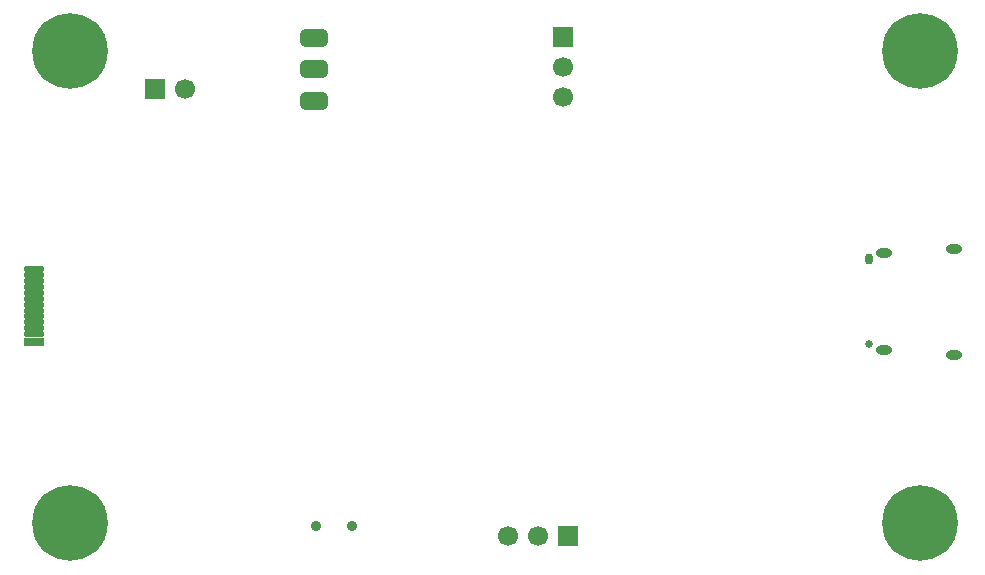
<source format=gbr>
%TF.GenerationSoftware,KiCad,Pcbnew,9.0.1+1*%
%TF.CreationDate,2025-09-07T18:59:13+00:00*%
%TF.ProjectId,ZSWatch-Dock,5a535761-7463-4682-9d44-6f636b2e6b69,2.2.0*%
%TF.SameCoordinates,Original*%
%TF.FileFunction,Soldermask,Bot*%
%TF.FilePolarity,Negative*%
%FSLAX46Y46*%
G04 Gerber Fmt 4.6, Leading zero omitted, Abs format (unit mm)*
G04 Created by KiCad (PCBNEW 9.0.1+1) date 2025-09-07 18:59:13*
%MOMM*%
%LPD*%
G01*
G04 APERTURE LIST*
G04 Aperture macros list*
%AMRoundRect*
0 Rectangle with rounded corners*
0 $1 Rounding radius*
0 $2 $3 $4 $5 $6 $7 $8 $9 X,Y pos of 4 corners*
0 Add a 4 corners polygon primitive as box body*
4,1,4,$2,$3,$4,$5,$6,$7,$8,$9,$2,$3,0*
0 Add four circle primitives for the rounded corners*
1,1,$1+$1,$2,$3*
1,1,$1+$1,$4,$5*
1,1,$1+$1,$6,$7*
1,1,$1+$1,$8,$9*
0 Add four rect primitives between the rounded corners*
20,1,$1+$1,$2,$3,$4,$5,0*
20,1,$1+$1,$4,$5,$6,$7,0*
20,1,$1+$1,$6,$7,$8,$9,0*
20,1,$1+$1,$8,$9,$2,$3,0*%
%AMFreePoly0*
4,1,23,0.500000,-0.750000,0.000000,-0.750000,0.000000,-0.745722,-0.065263,-0.745722,-0.191342,-0.711940,-0.304381,-0.646677,-0.396677,-0.554381,-0.461940,-0.441342,-0.495722,-0.315263,-0.495722,-0.250000,-0.500000,-0.250000,-0.500000,0.250000,-0.495722,0.250000,-0.495722,0.315263,-0.461940,0.441342,-0.396677,0.554381,-0.304381,0.646677,-0.191342,0.711940,-0.065263,0.745722,0.000000,0.745722,
0.000000,0.750000,0.500000,0.750000,0.500000,-0.750000,0.500000,-0.750000,$1*%
%AMFreePoly1*
4,1,23,0.000000,0.745722,0.065263,0.745722,0.191342,0.711940,0.304381,0.646677,0.396677,0.554381,0.461940,0.441342,0.495722,0.315263,0.495722,0.250000,0.500000,0.250000,0.500000,-0.250000,0.495722,-0.250000,0.495722,-0.315263,0.461940,-0.441342,0.396677,-0.554381,0.304381,-0.646677,0.191342,-0.711940,0.065263,-0.745722,0.000000,-0.745722,0.000000,-0.750000,-0.500000,-0.750000,
-0.500000,0.750000,0.000000,0.750000,0.000000,0.745722,0.000000,0.745722,$1*%
G04 Aperture macros list end*
%ADD10C,0.800000*%
%ADD11C,6.400000*%
%ADD12C,0.650000*%
%ADD13O,0.650000X0.950000*%
%ADD14O,1.400000X0.800000*%
%ADD15R,1.700000X1.700000*%
%ADD16C,1.700000*%
%ADD17C,0.900000*%
%ADD18RoundRect,0.102000X-0.750000X0.125000X-0.750000X-0.125000X0.750000X-0.125000X0.750000X0.125000X0*%
%ADD19RoundRect,0.102000X-0.750000X0.250000X-0.750000X-0.250000X0.750000X-0.250000X0.750000X0.250000X0*%
%ADD20FreePoly0,180.000000*%
%ADD21FreePoly1,180.000000*%
G04 APERTURE END LIST*
%TO.C,SB402*%
G36*
X192550000Y-127850000D02*
G01*
X192250000Y-127850000D01*
X192250000Y-129350000D01*
X192550000Y-129350000D01*
X192550000Y-127850000D01*
G37*
%TO.C,SB403*%
G36*
X192550000Y-130550000D02*
G01*
X192250000Y-130550000D01*
X192250000Y-132050000D01*
X192550000Y-132050000D01*
X192550000Y-130550000D01*
G37*
%TO.C,SB401*%
G36*
X192550000Y-125250000D02*
G01*
X192250000Y-125250000D01*
X192250000Y-126750000D01*
X192550000Y-126750000D01*
X192550000Y-125250000D01*
G37*
%TD*%
D10*
%TO.C,REF\u002A\u002A*%
X241300000Y-167100000D03*
X242002944Y-165402944D03*
X242002944Y-168797056D03*
X243700000Y-164700000D03*
D11*
X243700000Y-167100000D03*
D10*
X243700000Y-169500000D03*
X245397056Y-165402944D03*
X245397056Y-168797056D03*
X246100000Y-167100000D03*
%TD*%
D12*
%TO.C,X403*%
X239365000Y-151920000D03*
D13*
X239365000Y-144720000D03*
D14*
X246565000Y-152810000D03*
X240615000Y-152450000D03*
X240615000Y-144190000D03*
X246565000Y-143830000D03*
%TD*%
D15*
%TO.C,X405*%
X178925000Y-130285000D03*
D16*
X181465000Y-130285000D03*
%TD*%
D15*
%TO.C,X402*%
X213900000Y-168200000D03*
D16*
X211360000Y-168200000D03*
X208820000Y-168200000D03*
%TD*%
D10*
%TO.C,REF\u002A\u002A*%
X241300000Y-127100000D03*
X242002944Y-125402944D03*
X242002944Y-128797056D03*
X243700000Y-124700000D03*
D11*
X243700000Y-127100000D03*
D10*
X243700000Y-129500000D03*
X245397056Y-125402944D03*
X245397056Y-128797056D03*
X246100000Y-127100000D03*
%TD*%
%TO.C,REF\u002A\u002A*%
X169300000Y-167100000D03*
X170002944Y-165402944D03*
X170002944Y-168797056D03*
X171700000Y-164700000D03*
D11*
X171700000Y-167100000D03*
D10*
X171700000Y-169500000D03*
X173397056Y-165402944D03*
X173397056Y-168797056D03*
X174100000Y-167100000D03*
%TD*%
D17*
%TO.C,SW401*%
X192600000Y-167300000D03*
X195600000Y-167300000D03*
%TD*%
D18*
%TO.C,X404*%
X168650000Y-145570000D03*
X168650000Y-146070000D03*
X168650000Y-146570000D03*
X168650000Y-147070000D03*
X168650000Y-147570000D03*
X168650000Y-148070000D03*
X168650000Y-148570000D03*
X168650000Y-149070000D03*
X168650000Y-149570000D03*
X168650000Y-150070000D03*
X168650000Y-150570000D03*
X168650000Y-151070000D03*
D19*
X168650000Y-151695000D03*
%TD*%
D15*
%TO.C,J402*%
X213500000Y-125900000D03*
D16*
X213500000Y-128440000D03*
X213500000Y-130980000D03*
%TD*%
D10*
%TO.C,REF\u002A\u002A*%
X169300000Y-127100000D03*
X170002944Y-125402944D03*
X170002944Y-128797056D03*
X171700000Y-124700000D03*
D11*
X171700000Y-127100000D03*
D10*
X171700000Y-129500000D03*
X173397056Y-125402944D03*
X173397056Y-128797056D03*
X174100000Y-127100000D03*
%TD*%
D20*
%TO.C,SB402*%
X193050000Y-128600000D03*
D21*
X191750000Y-128600000D03*
%TD*%
D20*
%TO.C,SB403*%
X193050000Y-131300000D03*
D21*
X191750000Y-131300000D03*
%TD*%
D20*
%TO.C,SB401*%
X193050000Y-126000000D03*
D21*
X191750000Y-126000000D03*
%TD*%
M02*

</source>
